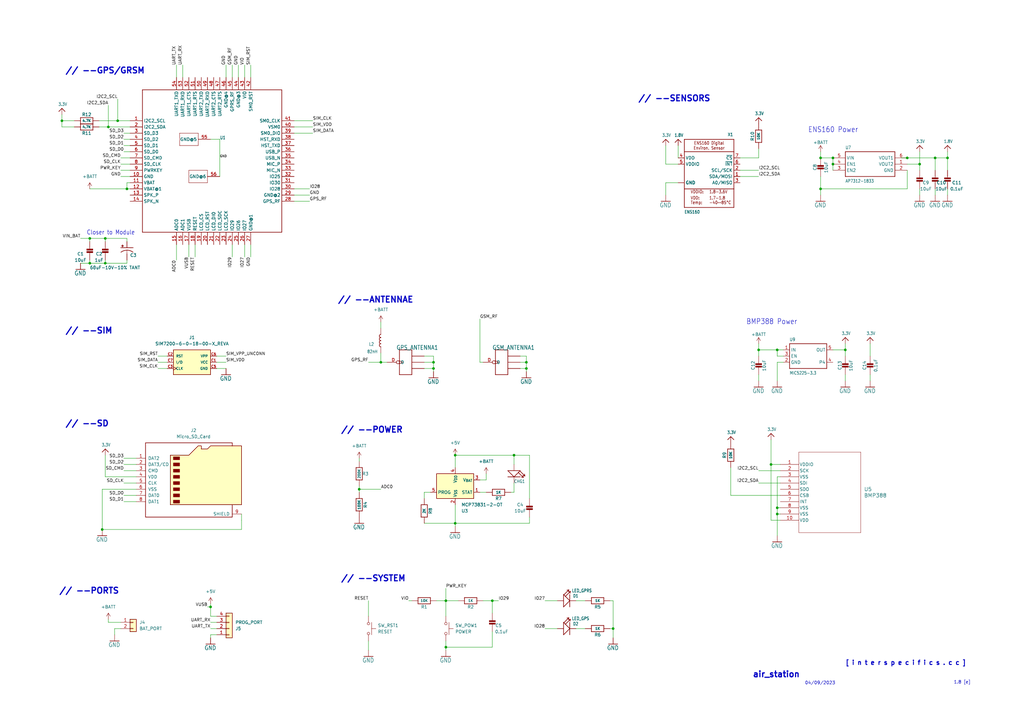
<source format=kicad_sch>
(kicad_sch (version 20230121) (generator eeschema)
  (paper "A3")
  (junction (at 318.77 208.28))
  (junction (at 336.55 64.77))
  (junction (at 52.07 77.47))
  (junction (at 86.36 248.92))
  (junction (at 48.26 49.53))
  (junction (at 210.82 186.69))
  (junction (at 36.83 107.95))
  (junction (at 341.63 67.31))
  (junction (at 346.71 143.51))
  (junction (at 186.69 186.69))
  (junction (at 215.9 151.13))
  (junction (at 156.21 148.59))
  (junction (at 147.32 200.66))
  (junction (at 251.46 257.81))
  (junction (at 336.55 77.47))
  (junction (at 318.77 210.82))
  (junction (at 201.93 246.38))
  (junction (at 182.88 246.38))
  (junction (at 177.8 148.59))
  (junction (at 377.19 67.31))
  (junction (at 177.8 151.13))
  (junction (at 341.63 64.77))
  (junction (at 316.23 190.5))
  (junction (at 215.9 148.59))
  (junction (at 372.11 64.77))
  (junction (at 186.69 214.63))
  (junction (at 388.62 64.77))
  (junction (at 43.18 107.95))
  (junction (at 36.83 97.79))
  (junction (at 318.77 143.51))
  (junction (at 383.54 64.77))
  (junction (at 311.15 143.51))
  (junction (at 44.45 52.07))
  (junction (at 182.88 265.43))
  (junction (at 41.91 217.17))
  (junction (at 43.18 97.79))
  (junction (at 25.4 49.53))
  (wire (pts (xy 86.36 57.15) (xy 90.17 57.15)) (stroke (width 0.1524)))
  (wire (pts (xy 43.18 195.58) (xy 43.18 186.69)))
  (wire (pts (xy 88.9 146.05) (xy 92.71 146.05)))
  (wire (pts (xy 36.83 106.68) (xy 36.83 107.95)) (stroke (width 0.1524)))
  (wire (pts (xy 156.21 148.59) (xy 158.75 148.59)))
  (wire (pts (xy 120.65 52.07) (xy 128.27 52.07)))
  (wire (pts (xy 341.63 67.31) (xy 341.63 69.85)) (stroke (width 0.1524)))
  (wire (pts (xy 196.85 130.81) (xy 196.85 148.59)))
  (wire (pts (xy 236.22 257.81) (xy 240.03 257.81)))
  (wire (pts (xy 40.64 49.53) (xy 48.26 49.53)))
  (wire (pts (xy 74.93 26.67) (xy 74.93 31.75)))
  (wire (pts (xy 318.77 148.59) (xy 318.77 156.21)) (stroke (width 0.1524)))
  (wire (pts (xy 88.9 151.13) (xy 92.71 151.13)))
  (wire (pts (xy 223.52 246.38) (xy 228.6 246.38)))
  (wire (pts (xy 41.91 217.17) (xy 99.06 217.17)) (stroke (width 0.1524)))
  (wire (pts (xy 213.36 148.59) (xy 215.9 148.59)))
  (wire (pts (xy 55.88 200.66) (xy 41.91 200.66)))
  (wire (pts (xy 30.48 52.07) (xy 25.4 52.07)))
  (wire (pts (xy 72.39 31.75) (xy 72.39 26.67)) (stroke (width 0.1524)))
  (wire (pts (xy 311.15 198.12) (xy 320.04 198.12)))
  (wire (pts (xy 236.22 246.38) (xy 240.03 246.38)))
  (wire (pts (xy 50.8 62.23) (xy 53.34 62.23)))
  (wire (pts (xy 151.13 246.38) (xy 151.13 252.73)))
  (wire (pts (xy 43.18 97.79) (xy 36.83 97.79)) (stroke (width 0.1524)))
  (wire (pts (xy 250.19 246.38) (xy 251.46 246.38)))
  (wire (pts (xy 182.88 265.43) (xy 182.88 266.7)))
  (wire (pts (xy 318.77 143.51) (xy 311.15 143.51)) (stroke (width 0.1524)))
  (wire (pts (xy 356.87 140.97) (xy 356.87 146.05)) (stroke (width 0.1524)))
  (wire (pts (xy 92.71 26.67) (xy 92.71 31.75)))
  (wire (pts (xy 147.32 200.66) (xy 147.32 201.93)))
  (wire (pts (xy 43.18 107.95) (xy 52.07 107.95)) (stroke (width 0.1524)))
  (wire (pts (xy 102.87 100.33) (xy 102.87 105.41)))
  (wire (pts (xy 320.04 203.2) (xy 299.72 203.2)))
  (wire (pts (xy 52.07 107.95) (xy 52.07 106.68)) (stroke (width 0.1524)))
  (wire (pts (xy 318.77 195.58) (xy 318.77 208.28)))
  (wire (pts (xy 36.83 107.95) (xy 43.18 107.95)) (stroke (width 0.1524)))
  (wire (pts (xy 388.62 64.77) (xy 388.62 69.85)) (stroke (width 0.1524)))
  (wire (pts (xy 311.15 153.67) (xy 311.15 156.21)) (stroke (width 0.1524)))
  (wire (pts (xy 273.05 74.93) (xy 273.05 80.01)) (stroke (width 0.1524)))
  (wire (pts (xy 182.88 246.38) (xy 187.96 246.38)))
  (wire (pts (xy 49.53 64.77) (xy 53.34 64.77)))
  (wire (pts (xy 318.77 208.28) (xy 318.77 210.82)))
  (wire (pts (xy 369.57 64.77) (xy 372.11 64.77)) (stroke (width 0.1524)))
  (wire (pts (xy 210.82 186.69) (xy 186.69 186.69)))
  (wire (pts (xy 50.8 193.04) (xy 55.88 193.04)))
  (wire (pts (xy 64.77 148.59) (xy 68.58 148.59)))
  (wire (pts (xy 50.8 54.61) (xy 53.34 54.61)))
  (wire (pts (xy 336.55 62.23) (xy 336.55 64.77)) (stroke (width 0.1524)))
  (wire (pts (xy 173.99 204.47) (xy 173.99 201.93)))
  (wire (pts (xy 40.64 52.07) (xy 44.45 52.07)))
  (wire (pts (xy 173.99 151.13) (xy 177.8 151.13)))
  (wire (pts (xy 356.87 153.67) (xy 356.87 156.21)) (stroke (width 0.1524)))
  (wire (pts (xy 95.25 26.67) (xy 95.25 31.75)))
  (wire (pts (xy 321.31 148.59) (xy 318.77 148.59)) (stroke (width 0.1524)))
  (wire (pts (xy 49.53 69.85) (xy 53.34 69.85)))
  (wire (pts (xy 311.15 64.77) (xy 311.15 60.96)))
  (wire (pts (xy 251.46 257.81) (xy 251.46 261.62)))
  (wire (pts (xy 179.07 246.38) (xy 182.88 246.38)))
  (wire (pts (xy 90.17 57.15) (xy 90.17 72.39)) (stroke (width 0.1524)))
  (wire (pts (xy 156.21 132.08) (xy 156.21 134.62)))
  (wire (pts (xy 33.02 107.95) (xy 36.83 107.95)))
  (wire (pts (xy 346.71 153.67) (xy 346.71 156.21)) (stroke (width 0.1524)))
  (wire (pts (xy 53.34 74.93) (xy 52.07 74.93)) (stroke (width 0.1524)))
  (wire (pts (xy 321.31 146.05) (xy 318.77 146.05)) (stroke (width 0.1524)))
  (wire (pts (xy 210.82 201.93) (xy 210.82 198.12)))
  (wire (pts (xy 198.12 246.38) (xy 201.93 246.38)))
  (wire (pts (xy 372.11 64.77) (xy 383.54 64.77)) (stroke (width 0.1524)))
  (wire (pts (xy 52.07 77.47) (xy 53.34 77.47)) (stroke (width 0.1524)))
  (wire (pts (xy 217.17 212.09) (xy 217.17 214.63)))
  (wire (pts (xy 311.15 193.04) (xy 320.04 193.04)))
  (wire (pts (xy 52.07 99.06) (xy 52.07 97.79)) (stroke (width 0.1524)))
  (wire (pts (xy 186.69 207.01) (xy 186.69 214.63)))
  (wire (pts (xy 223.52 257.81) (xy 228.6 257.81)))
  (wire (pts (xy 151.13 262.89) (xy 151.13 266.7)))
  (wire (pts (xy 217.17 214.63) (xy 186.69 214.63)))
  (wire (pts (xy 250.19 257.81) (xy 251.46 257.81)))
  (wire (pts (xy 377.19 62.23) (xy 377.19 67.31)) (stroke (width 0.1524)))
  (wire (pts (xy 50.8 198.12) (xy 55.88 198.12)))
  (wire (pts (xy 44.45 52.07) (xy 53.34 52.07)))
  (wire (pts (xy 43.18 106.68) (xy 43.18 107.95)) (stroke (width 0.1524)))
  (wire (pts (xy 186.69 214.63) (xy 186.69 215.9)))
  (wire (pts (xy 346.71 143.51) (xy 346.71 140.97)) (stroke (width 0.1524)))
  (wire (pts (xy 320.04 213.36) (xy 316.23 213.36)))
  (wire (pts (xy 383.54 77.47) (xy 383.54 80.01)) (stroke (width 0.1524)))
  (wire (pts (xy 86.36 247.65) (xy 86.36 248.92)))
  (wire (pts (xy 99.06 210.82) (xy 99.06 213.36)))
  (wire (pts (xy 388.62 77.47) (xy 388.62 80.01)) (stroke (width 0.1524)))
  (wire (pts (xy 64.77 151.13) (xy 68.58 151.13)))
  (wire (pts (xy 43.18 99.06) (xy 43.18 97.79)) (stroke (width 0.1524)))
  (wire (pts (xy 77.47 100.33) (xy 77.47 105.41)))
  (wire (pts (xy 173.99 148.59) (xy 177.8 148.59)))
  (wire (pts (xy 278.13 64.77) (xy 278.13 59.69)) (stroke (width 0.1524)))
  (wire (pts (xy 177.8 148.59) (xy 177.8 151.13)))
  (wire (pts (xy 346.71 143.51) (xy 346.71 146.05)) (stroke (width 0.1524)))
  (wire (pts (xy 201.93 259.08) (xy 201.93 265.43)))
  (wire (pts (xy 173.99 214.63) (xy 186.69 214.63)))
  (wire (pts (xy 25.4 49.53) (xy 25.4 46.99)))
  (wire (pts (xy 311.15 143.51) (xy 311.15 146.05)) (stroke (width 0.1524)))
  (wire (pts (xy 383.54 64.77) (xy 388.62 64.77)) (stroke (width 0.1524)))
  (wire (pts (xy 299.72 203.2) (xy 299.72 191.77)))
  (wire (pts (xy 52.07 97.79) (xy 43.18 97.79)) (stroke (width 0.1524)))
  (wire (pts (xy 383.54 69.85) (xy 383.54 64.77)) (stroke (width 0.1524)))
  (wire (pts (xy 36.83 77.47) (xy 52.07 77.47)) (stroke (width 0.1524)))
  (wire (pts (xy 120.65 77.47) (xy 127 77.47)))
  (wire (pts (xy 278.13 67.31) (xy 273.05 67.31)) (stroke (width 0.1524)))
  (wire (pts (xy 88.9 148.59) (xy 92.71 148.59)))
  (wire (pts (xy 30.48 49.53) (xy 25.4 49.53)))
  (wire (pts (xy 372.11 77.47) (xy 336.55 77.47)) (stroke (width 0.1524)))
  (wire (pts (xy 50.8 205.74) (xy 55.88 205.74)))
  (wire (pts (xy 196.85 196.85) (xy 199.39 196.85)))
  (wire (pts (xy 372.11 69.85) (xy 372.11 77.47)) (stroke (width 0.1524)))
  (wire (pts (xy 50.8 203.2) (xy 55.88 203.2)))
  (wire (pts (xy 320.04 195.58) (xy 318.77 195.58)))
  (wire (pts (xy 85.09 248.92) (xy 86.36 248.92)))
  (wire (pts (xy 320.04 208.28) (xy 318.77 208.28)))
  (wire (pts (xy 120.65 80.01) (xy 127 80.01)) (stroke (width 0.1524)))
  (wire (pts (xy 102.87 26.67) (xy 102.87 31.75)))
  (wire (pts (xy 100.33 100.33) (xy 100.33 105.41)))
  (wire (pts (xy 201.93 246.38) (xy 204.47 246.38)))
  (wire (pts (xy 217.17 204.47) (xy 217.17 186.69)))
  (wire (pts (xy 210.82 190.5) (xy 210.82 186.69)))
  (wire (pts (xy 168.91 246.38) (xy 167.64 246.38)))
  (wire (pts (xy 50.8 190.5) (xy 55.88 190.5)))
  (wire (pts (xy 72.39 100.33) (xy 72.39 106.68)))
  (wire (pts (xy 311.15 143.51) (xy 311.15 140.97)) (stroke (width 0.1524)))
  (wire (pts (xy 320.04 190.5) (xy 316.23 190.5)))
  (wire (pts (xy 48.26 49.53) (xy 53.34 49.53)))
  (wire (pts (xy 86.36 248.92) (xy 86.36 252.73)))
  (wire (pts (xy 303.53 72.39) (xy 311.15 72.39)))
  (wire (pts (xy 43.18 195.58) (xy 55.88 195.58)))
  (wire (pts (xy 64.77 146.05) (xy 68.58 146.05)))
  (wire (pts (xy 201.93 265.43) (xy 182.88 265.43)))
  (wire (pts (xy 336.55 77.47) (xy 336.55 80.01)) (stroke (width 0.1524)))
  (wire (pts (xy 182.88 241.3) (xy 182.88 246.38)))
  (wire (pts (xy 377.19 77.47) (xy 377.19 80.01)) (stroke (width 0.1524)))
  (wire (pts (xy 86.36 257.81) (xy 88.9 257.81)))
  (wire (pts (xy 215.9 151.13) (xy 215.9 148.59)))
  (wire (pts (xy 49.53 257.81) (xy 46.99 257.81)))
  (wire (pts (xy 49.53 67.31) (xy 53.34 67.31)))
  (wire (pts (xy 151.13 148.59) (xy 156.21 148.59)))
  (wire (pts (xy 321.31 143.51) (xy 318.77 143.51)) (stroke (width 0.1524)))
  (wire (pts (xy 215.9 146.05) (xy 213.36 146.05)))
  (wire (pts (xy 44.45 254) (xy 44.45 255.27)))
  (wire (pts (xy 147.32 199.39) (xy 147.32 200.66)))
  (wire (pts (xy 52.07 74.93) (xy 52.07 77.47)) (stroke (width 0.1524)))
  (wire (pts (xy 41.91 200.66) (xy 41.91 217.17)))
  (wire (pts (xy 25.4 52.07) (xy 25.4 49.53)))
  (wire (pts (xy 86.36 255.27) (xy 88.9 255.27)))
  (wire (pts (xy 278.13 74.93) (xy 273.05 74.93)) (stroke (width 0.1524)))
  (wire (pts (xy 209.55 201.93) (xy 210.82 201.93)))
  (wire (pts (xy 303.53 64.77) (xy 311.15 64.77)))
  (wire (pts (xy 50.8 57.15) (xy 53.34 57.15)))
  (wire (pts (xy 50.8 187.96) (xy 55.88 187.96)))
  (wire (pts (xy 99.06 217.17) (xy 99.06 213.36)) (stroke (width 0.1524)))
  (wire (pts (xy 201.93 246.38) (xy 201.93 251.46)))
  (wire (pts (xy 341.63 67.31) (xy 341.63 64.77)) (stroke (width 0.1524)))
  (wire (pts (xy 49.53 72.39) (xy 53.34 72.39)))
  (wire (pts (xy 320.04 210.82) (xy 318.77 210.82)))
  (wire (pts (xy 177.8 151.13) (xy 177.8 152.4)))
  (wire (pts (xy 217.17 186.69) (xy 210.82 186.69)))
  (wire (pts (xy 86.36 260.35) (xy 86.36 261.62)))
  (wire (pts (xy 173.99 201.93) (xy 176.53 201.93)))
  (wire (pts (xy 215.9 152.4) (xy 215.9 151.13)))
  (wire (pts (xy 44.45 255.27) (xy 49.53 255.27)))
  (wire (pts (xy 186.69 186.69) (xy 186.69 191.77)))
  (wire (pts (xy 251.46 246.38) (xy 251.46 257.81)))
  (wire (pts (xy 182.88 246.38) (xy 182.88 252.73)))
  (wire (pts (xy 388.62 62.23) (xy 388.62 64.77)) (stroke (width 0.1524)))
  (wire (pts (xy 377.19 67.31) (xy 377.19 69.85)) (stroke (width 0.1524)))
  (wire (pts (xy 196.85 201.93) (xy 199.39 201.93)))
  (wire (pts (xy 86.36 252.73) (xy 88.9 252.73)))
  (wire (pts (xy 44.45 43.18) (xy 44.45 52.07)))
  (wire (pts (xy 120.65 49.53) (xy 128.27 49.53)))
  (wire (pts (xy 215.9 148.59) (xy 215.9 146.05)))
  (wire (pts (xy 316.23 180.34) (xy 316.23 190.5)))
  (wire (pts (xy 198.12 148.59) (xy 196.85 148.59)))
  (wire (pts (xy 33.02 97.79) (xy 36.83 97.79)) (stroke (width 0.1524)))
  (wire (pts (xy 97.79 26.67) (xy 97.79 31.75)))
  (wire (pts (xy 336.55 77.47) (xy 336.55 72.39)) (stroke (width 0.1524)))
  (wire (pts (xy 156.21 144.78) (xy 156.21 148.59)))
  (wire (pts (xy 318.77 146.05) (xy 318.77 143.51)) (stroke (width 0.1524)))
  (wire (pts (xy 36.83 99.06) (xy 36.83 97.79)) (stroke (width 0.1524)))
  (wire (pts (xy 182.88 262.89) (xy 182.88 265.43)))
  (wire (pts (xy 318.77 210.82) (xy 318.77 219.71)))
  (wire (pts (xy 213.36 151.13) (xy 215.9 151.13)))
  (wire (pts (xy 177.8 146.05) (xy 177.8 148.59)))
  (wire (pts (xy 50.8 59.69) (xy 53.34 59.69)))
  (wire (pts (xy 127 82.55) (xy 120.65 82.55)))
  (wire (pts (xy 316.23 213.36) (xy 316.23 190.5)))
  (wire (pts (xy 100.33 26.67) (xy 100.33 31.75)))
  (wire (pts (xy 341.63 143.51) (xy 346.71 143.51)) (stroke (width 0.1524)))
  (wire (pts (xy 120.65 54.61) (xy 128.27 54.61)))
  (wire (pts (xy 173.99 146.05) (xy 177.8 146.05)))
  (wire (pts (xy 88.9 260.35) (xy 86.36 260.35)))
  (wire (pts (xy 80.01 100.33) (xy 80.01 105.41)))
  (wire (pts (xy 303.53 69.85) (xy 311.15 69.85)))
  (wire (pts (xy 336.55 64.77) (xy 341.63 64.77)) (stroke (width 0.1524)))
  (wire (pts (xy 372.11 67.31) (xy 377.19 67.31)) (stroke (width 0.1524)))
  (wire (pts (xy 147.32 200.66) (xy 156.21 200.66)))
  (wire (pts (xy 48.26 40.64) (xy 48.26 49.53)))
  (wire (pts (xy 46.99 257.81) (xy 46.99 260.35)))
  (wire (pts (xy 273.05 67.31) (xy 273.05 59.69)) (stroke (width 0.1524)))
  (wire (pts (xy 147.32 187.96) (xy 147.32 189.23)))
  (wire (pts (xy 199.39 196.85) (xy 199.39 194.31)))
  (wire (pts (xy 95.25 100.33) (xy 95.25 105.41)))
  (text "// --SD\n" (at 26.67 175.26 0) (effects (font (size 2.4 2.4) (thickness 0.48) bold) (justify left bottom)))
  (text "[ i n t e r s p e c i f i c s . c c ]" (at 346.71 273.05 0) (effects (font (size 1.8 1.8) (thickness 0.36) bold) (justify left bottom)))
  (text "// --PORTS" (at 24.13 243.84 0) (effects (font (size 2.4 2.4) (thickness 0.48) bold) (justify left bottom)))
  (text "// --SYSTEM" (at 139.7 238.76 0) (effects (font (size 2.4 2.4) (thickness 0.48) bold) (justify left bottom)))
  (text "04/09/2023" (at 330.0969 280.9738 0) (effects (font (size 1.27 1.27)) (justify left bottom)))
  (text "Closer to Module" (at 35.56 96.52 0) (effects (font (size 1.778 1.5113)) (justify left bottom)))
  (text "BMP388 Power" (at 306.07 133.35 0) (effects (font (size 2.1844 1.8567)) (justify left bottom)))
  (text "// --ANTENNAE\n" (at 138.43 124.46 0) (effects (font (size 2.4 2.4) (thickness 0.48) bold) (justify left bottom)))
  (text "ENS160 Power" (at 331.47 54.61 0) (effects (font (size 2.1844 1.8567)) (justify left bottom)))
  (text "1.8 [e]" (at 391.16 280.67 0) (effects (font (size 1.27 1.27)) (justify left bottom)))
  (text "// --SENSORS" (at 261.62 41.91 0) (effects (font (size 2.4 2.4) (thickness 0.48) bold) (justify left bottom)))
  (text "air_station" (at 308.61 278.13 0) (effects (font (size 2.4 2.4) (thickness 0.48) bold) (justify left bottom)))
  (text "// --SIM" (at 26.67 137.16 0) (effects (font (size 2.4 2.4) (thickness 0.48) bold) (justify left bottom)))
  (text "// --GPS/GRSM" (at 26.67 30.48 0) (effects (font (size 2.4 2.4) (thickness 0.48) bold) (justify left bottom)))
  (text "// --POWER" (at 139.7 177.8 0) (effects (font (size 2.4 2.4) (thickness 0.48) bold) (justify left bottom)))
  (label "GND" (at 102.87 105.41 270) (effects (font (size 1.209 1.209))))
  (label "I2C2_SCL" (at 311.15 193.04 180) (effects (font (size 1.2446 1.2446))))
  (label "I2C2_SDA" (at 311.15 72.39 0) (effects (font (size 1.2446 1.2446))))
  (label "IO28" (at 127 77.47 0) (effects (font (size 1.209 1.209))))
  (label "SD_D2" (at 50.8 57.15 180) (effects (font (size 1.2446 1.2446))))
  (label "I2C2_SCL" (at 48.26 40.64 180) (effects (font (size 1.2446 1.2446))))
  (label "PWR_KEY" (at 49.53 69.85 180) (effects (font (size 1.2446 1.2446))))
  (label "GND" (at 92.71 26.67 90) (effects (font (size 1.2446 1.2446))))
  (label "GPS_RF" (at 151.13 148.59 180) (effects (font (size 1.2446 1.2446))))
  (label "SIM_CLK" (at 128.27 49.53 0) (effects (font (size 1.2446 1.2446))))
  (label "SD_CLK" (at 50.8 198.12 180) (effects (font (size 1.2446 1.2446))))
  (label "GND" (at 97.79 26.67 90) (effects (font (size 1.2446 1.2446))))
  (label "SD_CMD" (at 50.8 193.04 180) (effects (font (size 1.2446 1.2446))))
  (label "I2C2_SDA" (at 311.15 198.12 180) (effects (font (size 1.2446 1.2446))))
  (label "SD_D1" (at 50.8 59.69 180) (effects (font (size 1.2446 1.2446))))
  (label "ADC0" (at 72.39 106.68 270) (effects (font (size 1.2446 1.2446))))
  (label "VIO" (at 167.64 246.38 180) (effects (font (size 1.2446 1.2446))))
  (label "VUSB" (at 77.47 105.41 270) (effects (font (size 1.209 1.209))))
  (label "IO27" (at 223.52 246.38 180) (effects (font (size 1.209 1.209))))
  (label "SD_D3" (at 50.8 187.96 180) (effects (font (size 1.2446 1.2446))))
  (label "SD_D2" (at 50.8 190.5 180) (effects (font (size 1.2446 1.2446))))
  (label "IO28" (at 223.52 257.81 180) (effects (font (size 1.2446 1.2446))))
  (label "GND" (at 90.17 64.77 0) (effects (font (size 0.889 0.889))))
  (label "SIM_VPP_UNCONN" (at 92.71 146.05 0) (effects (font (size 1.209 1.209))))
  (label "UART_TX" (at 86.36 257.81 180) (effects (font (size 1.2446 1.2446))))
  (label "SIM_RST" (at 102.87 26.67 90) (effects (font (size 1.2446 1.2446))))
  (label "SD_D0" (at 50.8 203.2 180) (effects (font (size 1.2446 1.2446))))
  (label "I2C2_SDA" (at 44.45 43.18 180) (effects (font (size 1.2446 1.2446))))
  (label "UART_RX" (at 86.36 255.27 180) (effects (font (size 1.2446 1.2446))))
  (label "VIN_BAT" (at 33.02 97.79 180) (effects (font (size 1.2446 1.2446))))
  (label "ADC0" (at 156.21 200.66 0) (effects (font (size 1.2446 1.2446))))
  (label "GND" (at 127 80.01 0) (effects (font (size 1.2446 1.2446))))
  (label "SD_D1" (at 50.8 205.74 180) (effects (font (size 1.2446 1.2446))))
  (label "SIM_CLK" (at 64.77 151.13 180) (effects (font (size 1.209 1.209))))
  (label "SIM_VDD" (at 92.71 148.59 0) (effects (font (size 1.209 1.209))))
  (label "SD_CLK" (at 49.53 67.31 180) (effects (font (size 1.2446 1.2446))))
  (label "GSM_RF" (at 196.85 130.81 0) (effects (font (size 1.2446 1.2446))))
  (label "SIM_VDD" (at 128.27 52.07 0) (effects (font (size 1.2446 1.2446))))
  (label "SD_D3" (at 50.8 54.61 180) (effects (font (size 1.2446 1.2446))))
  (label "SIM_DATA" (at 128.27 54.61 0) (effects (font (size 1.2446 1.2446))))
  (label "SIM_RST" (at 64.77 146.05 180) (effects (font (size 1.209 1.209))))
  (label "RESET" (at 80.01 105.41 270) (effects (font (size 1.2446 1.2446))))
  (label "GSM_RF" (at 95.25 26.67 90) (effects (font (size 1.2446 1.2446))))
  (label "SD_D0" (at 50.8 62.23 180) (effects (font (size 1.2446 1.2446))))
  (label "UART_TX" (at 72.39 26.67 90) (effects (font (size 1.2446 1.2446))))
  (label "SIM_DATA" (at 64.77 148.59 180) (effects (font (size 1.209 1.209))))
  (label "VIO" (at 100.33 26.67 90) (effects (font (size 1.2446 1.2446))))
  (label "IO27" (at 100.33 105.41 270) (effects (font (size 1.209 1.209))))
  (label "GND" (at 49.53 72.39 180) (effects (font (size 1.2446 1.2446))))
  (label "IO29" (at 204.47 246.38 0) (effects (font (size 1.209 1.209))))
  (label "RESET" (at 151.13 246.38 180) (effects (font (size 1.2446 1.2446))))
  (label "I2C2_SCL" (at 311.15 69.85 0) (effects (font (size 1.2446 1.2446))))
  (label "VUSB" (at 85.09 248.92 180) (effects (font (size 1.209 1.209))))
  (label "IO29" (at 95.25 105.41 270) (effects (font (size 1.209 1.209))))
  (label "PWR_KEY" (at 182.88 241.3 0) (effects (font (size 1.2446 1.2446))))
  (label "SD_CMD" (at 49.53 64.77 180) (effects (font (size 1.2446 1.2446))))
  (label "UART_RX" (at 74.93 26.67 90) (effects (font (size 1.2446 1.2446))))
  (label "GPS_RF" (at 127 82.55 0) (effects (font (size 1.2446 1.2446))))
  (symbol (lib_id "Adafruit BMP388-eagle-import:RESISTOR_0603_NOOUT") (at 204.47 201.93 180) (unit 1)
    (property "Reference" "R7" (at 204.47 204.47 0))
    (property "Value" "1K" (at 204.47 201.93 0) (effects (font (size 1.016 1.016) bold)))
    (property "Footprint" "Adafruit BMP388:0603-NO" (effects hide))
  )
  (symbol (lib_id "Adafruit BMP388-eagle-import:CAP_CERAMIC0805-NOOUTLINE") (at 311.15 151.13 0) (unit 1)
    (property "Reference" "C12" (at 308.86 149.88 90))
    (property "Value" "10uF" (at 313.45 149.88 90))
    (property "Footprint" "Adafruit BMP388:0805-NO" (effects hide))
  )
  (symbol (lib_id "Adafruit BMP388-eagle-import:3.3V") (at 356.87 138.43 0) (unit 1)
    (property "Reference" "#U$021" (effects hide))
    (property "Value" "3.3V" (at 355.346 137.414 0) (effects (font (size 1.27 1.0795)) (justify left bottom)))
  )
  (symbol (lib_id "Maduino Zero A9G GPS Tracker v3.3-eagle-import:PowerTags_GND") (at 356.87 158.75 0) (unit 1)
    (property "Reference" "#GND010" (effects hide))
    (property "Value" "GND" (at 354.33 161.29 0) (effects (font (size 1.778 1.5113)) (justify left bottom)))
  )
  (symbol (lib_id "Maduino Zero A9G GPS Tracker v3.3-eagle-import:PowerTags_GND") (at 151.13 269.24 0) (unit 1)
    (property "Reference" "#GND05" (effects hide))
    (property "Value" "GND" (at 148.59 271.78 0) (effects (font (size 1.778 1.5113)) (justify left bottom)))
  )
  (symbol (lib_id "Adafruit BMP388-eagle-import:RESISTOR_0603_NOOUT") (at 173.99 246.38 180) (unit 1)
    (property "Reference" "R1" (at 173.99 248.92 0))
    (property "Value" "10K" (at 173.99 246.38 0) (effects (font (size 1.016 1.016) bold)))
    (property "Footprint" "Adafruit BMP388:0603-NO" (effects hide))
  )
  (symbol (lib_id "Maduino Zero A9G GPS Tracker v3.3-eagle-import:PowerTags_GND") (at 311.15 158.75 0) (unit 1)
    (property "Reference" "#GND04" (effects hide))
    (property "Value" "GND" (at 308.61 161.29 0) (effects (font (size 1.778 1.5113)) (justify left bottom)))
  )
  (symbol (lib_id "Adafruit BMP388-eagle-import:CAP_CERAMIC0603_NO") (at 356.87 151.13 0) (unit 1)
    (property "Reference" "C14" (at 354.58 149.88 90))
    (property "Value" "0.1uF" (at 359.17 149.88 90))
    (property "Footprint" "Adafruit BMP388:0603-NO" (effects hide))
  )
  (symbol (lib_id "Adafruit BMP388-eagle-import:3.3V") (at 43.18 184.15 0) (unit 1)
    (property "Reference" "#U$01" (effects hide))
    (property "Value" "3.3V" (at 41.656 183.134 0) (effects (font (size 1.27 1.0795)) (justify left bottom)))
  )
  (symbol (lib_id "Adafruit ENS160-eagle-import:1.8V") (at 388.62 59.69 0) (unit 1)
    (property "Reference" "#U$014" (effects hide))
    (property "Value" "1.8V" (at 387.096 58.674 0) (effects (font (size 1.27 1.0795)) (justify left bottom)))
  )
  (symbol (lib_id "power:+BATT") (at 156.21 132.08 0) (unit 1)
    (property "Reference" "#PWR03" (effects hide))
    (property "Value" "+BATT" (at 156.21 127 0))
  )
  (symbol (lib_id "Adafruit BMP388-eagle-import:3.3V") (at 299.72 179.07 0) (unit 1)
    (property "Reference" "#U$02" (effects hide))
    (property "Value" "3.3V" (at 298.196 178.054 0) (effects (font (size 1.27 1.0795)) (justify left bottom)))
  )
  (symbol (lib_id "Maduino Zero A9G GPS Tracker v3.3-eagle-import:PowerTags_GND") (at 336.55 82.55 0) (unit 1)
    (property "Reference" "#GND021" (effects hide))
    (property "Value" "GND" (at 334.01 85.09 0) (effects (font (size 1.778 1.5113)) (justify left bottom)))
  )
  (symbol (lib_id "Adafruit BMP388-eagle-import:RESISTOR_0603_NOOUT") (at 35.56 49.53 180) (unit 1)
    (property "Reference" "R12" (at 35.56 46.99 0))
    (property "Value" "4.7K" (at 35.56 49.53 0) (effects (font (size 1.016 1.016) bold)))
    (property "Footprint" "Adafruit BMP388:0603-NO" (effects hide))
  )
  (symbol (lib_id "Adafruit BMP388-eagle-import:3.3V") (at 316.23 177.8 0) (unit 1)
    (property "Reference" "#U$05" (effects hide))
    (property "Value" "3.3V" (at 314.706 176.784 0) (effects (font (size 1.27 1.0795)) (justify left bottom)))
  )
  (symbol (lib_id "power:+5V") (at 186.69 186.69 0) (unit 1)
    (property "Reference" "#PWR08" (effects hide))
    (property "Value" "+5V" (at 186.69 181.61 0))
  )
  (symbol (lib_id "Maduino Zero A9G GPS Tracker v3.3-eagle-import:PowerTags_GND") (at 186.69 218.44 0) (unit 1)
    (property "Reference" "#GND018" (effects hide))
    (property "Value" "GND" (at 184.15 220.98 0) (effects (font (size 1.778 1.5113)) (justify left bottom)))
  )
  (symbol (lib_id "Switch:SW_Push") (at 151.13 257.81 270) (unit 1)
    (property "Reference" "SW_RST1" (at 154.94 256.54 90) (effects (justify left)))
    (property "Value" "RESET" (at 154.94 259.08 90) (effects (justify left)))
    (property "Footprint" "Button_Switch_SMD:SW_Push_SPST_NO_Alps_SKRK" (effects hide))
  )
  (symbol (lib_id "power:+BATT") (at 44.45 254 0) (unit 1)
    (property "Reference" "#PWR05" (effects hide))
    (property "Value" "+BATT" (at 44.45 248.92 0))
  )
  (symbol (lib_id "Maduino Zero A9G GPS Tracker v3.3-eagle-import:PowerTags_GND") (at 251.46 264.16 0) (unit 1)
    (property "Reference" "#GND014" (effects hide))
    (property "Value" "GND" (at 248.92 266.7 0) (effects (font (size 1.778 1.5113)) (justify left bottom)))
  )
  (symbol (lib_id "Adafruit ENS160-eagle-import:CAP_CERAMIC0805-NOOUTLINE") (at 377.19 74.93 0) (unit 1)
    (property "Reference" "C9" (at 379.73 74.93 0))
    (property "Value" "10uF" (at 379.73 77.47 0))
    (property "Footprint" "Adafruit ENS160:0805-NO" (effects hide))
  )
  (symbol (lib_id "Adafruit BMP388-eagle-import:3.3V") (at 346.71 138.43 0) (unit 1)
    (property "Reference" "#U$019" (effects hide))
    (property "Value" "3.3V" (at 345.186 137.414 0) (effects (font (size 1.27 1.0795)) (justify left bottom)))
  )
  (symbol (lib_id "2023-09-04_18-32-21:BMP388") (at 320.04 190.5 0) (unit 1)
    (property "Reference" "U5" (at 354.33 200.66 0) (effects (font (size 1.524 1.524)) (justify left)))
    (property "Value" "BMP388" (at 354.33 203.2 0) (effects (font (size 1.524 1.524)) (justify left)))
    (property "Footprint" "footprints:QFN_BMP388_BOS" (effects hide))
    (property "Datasheet" "BMP388" (effects hide))
  )
  (symbol (lib_id "Maduino Zero A9G GPS Tracker v3.3-eagle-import:PowerTags_GND") (at 346.71 158.75 0) (unit 1)
    (property "Reference" "#GND07" (effects hide))
    (property "Value" "GND" (at 344.17 161.29 0) (effects (font (size 1.778 1.5113)) (justify left bottom)))
  )
  (symbol (lib_id "Adafruit BMP388-eagle-import:RESISTOR_0603_NOOUT") (at 173.99 209.55 270) (unit 1)
    (property "Reference" "R8" (at 176.53 209.55 0))
    (property "Value" "2K" (at 173.99 209.55 0) (effects (font (size 1.016 1.016) bold)))
    (property "Footprint" "Adafruit BMP388:0603-NO" (effects hide))
  )
  (symbol (lib_id "Adafruit BMP388-eagle-import:RESISTOR_0603_NOOUT") (at 245.11 246.38 180) (unit 1)
    (property "Reference" "R5" (at 245.11 248.92 0))
    (property "Value" "1K" (at 245.11 246.38 0) (effects (font (size 1.016 1.016) bold)))
    (property "Footprint" "Adafruit BMP388:0603-NO" (effects hide))
  )
  (symbol (lib_id "power:+BATT") (at 311.15 140.97 0) (unit 1)
    (property "Reference" "#PWR06" (effects hide))
    (property "Value" "+BATT" (at 311.15 137.16 0))
  )
  (symbol (lib_id "Adafruit BMP388-eagle-import:CAP_CERAMIC0805-NOOUTLINE") (at 36.83 101.6 180) (unit 1)
    (property "Reference" "C1" (at 33.02 104.14 0))
    (property "Value" "10uF" (at 33.02 106.68 0))
    (property "Footprint" "Adafruit BMP388:0805-NO" (effects hide))
  )
  (symbol (lib_id "Maduino Zero A9G GPS Tracker v3.3-eagle-import:PowerTags_GND") (at 86.36 264.16 0) (unit 1)
    (property "Reference" "#GND013" (effects hide))
    (property "Value" "GND" (at 83.82 266.7 0) (effects (font (size 1.778 1.5113)) (justify left bottom)))
  )
  (symbol (lib_id "Maduino Zero A9G GPS Tracker v3.3-eagle-import:GND") (at 41.91 219.71 0) (unit 1)
    (property "Reference" "#GND02" (effects hide))
    (property "Value" "GND" (at 39.37 222.25 0) (effects (font (size 1.778 1.5113)) (justify left bottom)))
  )
  (symbol (lib_id "Maduino Zero A9G GPS Tracker v3.3-eagle-import:PowerTags_GND") (at 215.9 154.94 0) (unit 1)
    (property "Reference" "#GND016" (effects hide))
    (property "Value" "GND" (at 213.36 157.48 0) (effects (font (size 1.778 1.5113)) (justify left bottom)))
  )
  (symbol (lib_id "Adafruit BMP388-eagle-import:RESISTOR_0603_NOOUT") (at 147.32 194.31 270) (unit 1)
    (property "Reference" "R3" (at 149.86 194.31 90))
    (property "Value" "200K" (at 147.32 194.31 0) (effects (font (size 1.016 1.016) bold)))
    (property "Footprint" "Adafruit BMP388:0603-NO" (effects hide))
  )
  (symbol (lib_id "Adafruit BMP388-eagle-import:RESISTOR_0603_NOOUT") (at 147.32 207.01 270) (unit 1)
    (property "Reference" "R4" (at 149.86 207.01 0))
    (property "Value" "100K" (at 147.32 207.01 0) (effects (font (size 1.016 1.016) bold)))
    (property "Footprint" "Adafruit BMP388:0603-NO" (effects hide))
  )
  (symbol (lib_id "Maduino Zero A9G GPS Tracker v3.3-eagle-import:68UF-POLAR-EIA3528-10V-10%(TANT)") (at 52.07 101.6 0) (unit 1)
    (property "Reference" "C3" (at 53.34 105.41 0) (effects (justify left bottom)))
    (property "Value" "68uF-10V-10% TANT" (at 36.83 110.49 0) (effects (justify left bottom)))
    (property "Footprint" "Maduino Zero A9G GPS Tracker v3.3:EIA3528" (effects hide))
  )
  (symbol (lib_id "Adafruit BMP388-eagle-import:CAP_CERAMIC0603_NO") (at 201.93 256.54 0) (unit 1)
    (property "Reference" "C5" (at 204.47 256.54 0))
    (property "Value" "0.1uF" (at 205.74 259.08 0))
    (property "Footprint" "Adafruit BMP388:0603-NO" (effects hide))
  )
  (symbol (lib_id "Adafruit BMP388-eagle-import:3.3V") (at 25.4 44.45 0) (unit 1)
    (property "Reference" "#U$04" (effects hide))
    (property "Value" "3.3V" (at 23.876 43.434 0) (effects (font (size 1.27 1.0795)) (justify left bottom)))
  )
  (symbol (lib_id "Adafruit BMP388-eagle-import:RESISTOR_0603_NOOUT") (at 245.11 257.81 180) (unit 1)
    (property "Reference" "R6" (at 245.11 260.35 0))
    (property "Value" "1K" (at 245.11 257.81 0) (effects (font (size 1.016 1.016) bold)))
    (property "Footprint" "Adafruit BMP388:0603-NO" (effects hide))
  )
  (symbol (lib_id "Maduino Zero A9G GPS Tracker v3.3-eagle-import:PowerTags_GND") (at 388.62 82.55 0) (unit 1)
    (property "Reference" "#GND020" (effects hide))
    (property "Value" "GND" (at 386.08 85.09 0) (effects (font (size 1.778 1.5113)) (justify left bottom)))
  )
  (symbol (lib_id "Maduino Zero A9G GPS Tracker v3.3-eagle-import:PowerTags_GND") (at 383.54 82.55 0) (unit 1)
    (property "Reference" "#GND019" (effects hide))
    (property "Value" "GND" (at 381 85.09 0) (effects (font (size 1.778 1.5113)) (justify left bottom)))
  )
  (symbol (lib_id "Maduino Zero A9G GPS Tracker v3.3-eagle-import:PowerTags_GND") (at 318.77 158.75 0) (unit 1)
    (property "Reference" "#GND06" (effects hide))
    (property "Value" "GND" (at 316.23 161.29 0) (effects (font (size 1.778 1.5113)) (justify left bottom)))
  )
  (symbol (lib_id "Maduino Zero A9G GPS Tracker v3.3-eagle-import:LED'0603'") (at 232.41 257.81 0) (unit 1)
    (property "Reference" "D2" (at 234.95 256.54 0) (effects (font (size 1.27 1.0795)) (justify left bottom)))
    (property "Value" "LED_GPS" (at 234.569 254.381 0) (effects (font (size 1.27 1.0795)) (justify left bottom)))
    (property "Footprint" "Maduino Zero A9G GPS Tracker v3.3:LED-0603" (effects hide))
  )
  (symbol (lib_id "Connector_Generic:Conn_01x04") (at 93.98 257.81 0) (mirror x) (unit 1)
    (property "Reference" "J5" (at 96.52 257.81 0) (effects (justify left)))
    (property "Value" "PROG_PORT" (at 96.52 255.27 0) (effects (justify left)))
    (property "Footprint" "Connector_Molex:Molex_PicoBlade_53261-0471_1x04-1MP_P1.25mm_Horizontal" (effects hide))
  )
  (symbol (lib_id "Adafruit ENS160-eagle-import:CAP_CERAMIC0805-NOOUTLINE") (at 336.55 69.85 0) (unit 1)
    (property "Reference" "C8" (at 334.26 68.6 90))
    (property "Value" "10uF" (at 338.85 68.6 90))
    (property "Footprint" "Adafruit ENS160:0805-NO" (effects hide))
  )
  (symbol (lib_id "Maduino Zero A9G GPS Tracker v3.3-eagle-import:GND") (at 33.02 110.49 0) (unit 1)
    (property "Reference" "#GND01" (effects hide))
    (property "Value" "GND" (at 30.48 113.03 0) (effects (font (size 1.778 1.5113)) (justify left bottom)))
  )
  (symbol (lib_id "Adafruit BMP388-eagle-import:VREG_SOT23-5") (at 331.47 146.05 0) (unit 1)
    (property "Reference" "U9" (at 323.85 139.954 0) (effects (font (size 1.27 1.0795)) (justify left bottom)))
    (property "Value" "MIC5225-3.3" (at 323.85 153.67 0) (effects (font (size 1.27 1.0795)) (justify left bottom)))
    (property "Footprint" "Adafruit BMP388:SOT23-5" (effects hide))
  )
  (symbol (lib_id "Adafruit BMP388-eagle-import:CAP_CERAMIC0805-NOOUTLINE") (at 43.18 101.6 180) (unit 1)
    (property "Reference" "C2" (at 40.64 104.14 0))
    (property "Value" "1uF" (at 40.64 106.68 0))
    (property "Footprint" "Adafruit BMP388:0805-NO" (effects hide))
  )
  (symbol (lib_id "Maduino Zero A9G GPS Tracker v3.3-eagle-import:007-LED0603") (at 210.82 194.31 270) (unit 1)
    (property "Reference" "CHG1" (at 210.82 198.12 90) (effects (font (size 1.27 1.0795)) (justify left bottom)))
    (property "Value" "ORANGE" (effects hide))
    (property "Footprint" "Maduino Zero A9G GPS Tracker v3.3:D0603" (effects hide))
  )
  (symbol (lib_id "Battery_Management:MCP73831-2-OT") (at 186.69 199.39 0) (unit 1)
    (property "Reference" "U3" (at 189.23 209.55 0) (effects (justify left)))
    (property "Value" "MCP73831-2-OT" (at 189.23 207.01 0) (effects (justify left)))
    (property "Footprint" "Package_TO_SOT_SMD:SOT-23-5" (effects hide))
    (property "Datasheet" "http://ww1.microchip.com/downloads/en/DeviceDoc/20001984g.pdf" (effects hide))
  )
  (symbol (lib_id "SIM7200-6-0-18-00-X_REVA:SIM7200-6-0-18-00-X_REVA") (at 78.74 148.59 0) (unit 1)
    (property "Reference" "J1" (at 78.74 138.43 0))
    (property "Value" "SIM7200-6-0-18-00-X_REVA" (at 78.74 140.97 0))
    (property "Footprint" "sim7200:GCT_SIM7200-6-0-18-00-X_REVA" (effects hide))
    (property "MF" "Global Connector Technology" (effects hide))
    (property "Description" "\n6 Position Card Connector Micro SIM Surface Mount, Right Angle Gold\n" (effects hide))
    (property "Package" "None" (effects hide))
    (property "Price" "None" (effects hide))
    (property "Check_prices" "https://www.snapeda.com/parts/SIM7200-6-0-18-00-A/Global+Connector+Technology/view-part/?ref=eda" (effects hide))
    (property "SnapEDA_Link" "https://www.snapeda.com/parts/SIM7200-6-0-18-00-A/Global+Connector+Technology/view-part/?ref=snap" (effects hide))
    (property "MP" "SIM7200-6-0-18-00-A" (effects hide))
    (property "Availability" "In Stock" (effects hide))
    (property "MANUFACTURER" "GCT" (effects hide))
  )
  (symbol (lib_id "Connector:Micro_SD_Card") (at 78.74 195.58 0) (unit 1)
    (property "Reference" "J2" (at 79.375 176.53 0))
    (property "Value" "Micro_SD_Card" (at 79.375 179.07 0))
    (property "Footprint" "Connector_Card:microSD_HC_Molex_47219-2001" (effects hide))
    (property "Datasheet" "http://katalog.we-online.de/em/datasheet/693072010801.pdf" (effects hide))
  )
  (symbol (lib_id "Maduino Zero A9G GPS Tracker v3.3-eagle-import:PowerTags_GND") (at 147.32 214.63 0) (unit 1)
    (property "Reference" "#GND09" (effects hide))
    (property "Value" "GND" (at 144.78 217.17 0) (effects (font (size 1.778 1.5113)) (justify left bottom)))
  )
  (symbol (lib_id "Adafruit ENS160-eagle-import:3.3V") (at 273.05 57.15 0) (unit 1)
    (property "Reference" "#U$07" (effects hide))
    (property "Value" "3.3V" (at 271.526 56.134 0) (effects (font (size 1.27 1.0795)) (justify left bottom)))
  )
  (symbol (lib_id "Connector_Generic:Conn_01x02") (at 54.61 255.27 0) (unit 1)
    (property "Reference" "J4" (at 57.15 255.27 0) (effects (justify left)))
    (property "Value" "BAT_PORT" (at 57.15 257.81 0) (effects (justify left)))
    (property "Footprint" "Connector_Molex:Molex_PicoBlade_53261-0271_1x02-1MP_P1.25mm_Horizontal" (effects hide))
  )
  (symbol (lib_id "Adafruit BMP388-eagle-import:RESISTOR_0603_NOOUT") (at 299.72 186.69 90) (unit 1)
    (property "Reference" "R9" (at 297.18 186.69 0))
    (property "Value" "10K" (at 299.72 186.69 0) (effects (font (size 1.016 1.016) bold)))
    (property "Footprint" "Adafruit BMP388:0603-NO" (effects hide))
  )
  (symbol (lib_id "Maduino Zero A9G GPS Tracker v3.3-eagle-import:PowerTags_GND") (at 46.99 262.89 0) (unit 1)
    (property "Reference" "#GND012" (effects hide))
    (property "Value" "GND" (at 44.45 265.43 0) (effects (font (size 1.778 1.5113)) (justify left bottom)))
  )
  (symbol (lib_id "Maduino Zero A9G GPS Tracker v3.3-eagle-import:PowerTags_GND") (at 92.71 153.67 0) (unit 1)
    (property "Reference" "#GND023" (effects hide))
    (property "Value" "GND" (at 90.17 156.21 0) (effects (font (size 1.778 1.5113)) (justify left bottom)))
  )
  (symbol (lib_id "Adafruit BMP388-eagle-import:CAP_CERAMIC0805-NOOUTLINE") (at 217.17 207.01 180) (unit 1)
    (property "Reference" "C4" (at 213.36 207.01 0))
    (property "Value" "10uF" (at 213.36 209.55 0))
    (property "Footprint" "Adafruit BMP388:0805-NO" (effects hide))
  )
  (symbol (lib_id "Adafruit BMP388-eagle-import:3.3V") (at 311.15 48.26 0) (unit 1)
    (property "Reference" "#U$03" (effects hide))
    (property "Value" "3.3V" (at 309.626 47.244 0) (effects (font (size 1.27 1.0795)) (justify left bottom)))
  )
  (symbol (lib_id "Maduino Zero A9G GPS Tracker v3.3-eagle-import:PowerTags_GND") (at 318.77 222.25 0) (unit 1)
    (property "Reference" "#GND011" (effects hide))
    (property "Value" "GND" (at 316.23 224.79 0) (effects (font (size 1.778 1.5113)) (justify left bottom)))
  )
  (symbol (lib_id "Adafruit BMP388-eagle-import:RESISTOR_0603_NOOUT") (at 311.15 55.88 90) (unit 1)
    (property "Reference" "R10" (at 308.61 55.88 0))
    (property "Value" "10K" (at 311.15 55.88 0) (effects (font (size 1.016 1.016) bold)))
    (property "Footprint" "Adafruit BMP388:0603-NO" (effects hide))
  )
  (symbol (lib_id "Maduino Zero A9G GPS Tracker v3.3-eagle-import:A9G") (at 87.63 66.04 0) (unit 1)
    (property "Reference" "U1" (at 90.17 57.15 0) (effects (font (size 1.27 1.0795)) (justify left bottom)))
    (property "Value" "A9G" (effects hide))
    (property "Footprint" "Maduino Zero A9G GPS Tracker v3.3:A9G" (effects hide))
  )
  (symbol (lib_id "Switch:SW_Push") (at 182.88 257.81 270) (unit 1)
    (property "Reference" "SW_POW1" (at 186.69 256.54 90) (effects (justify left)))
    (property "Value" "POWER" (at 186.69 259.08 90) (effects (justify left)))
    (property "Footprint" "Button_Switch_SMD:SW_Push_SPST_NO_Alps_SKRK" (effects hide))
  )
  (symbol (lib_id "Maduino Zero A9G GPS Tracker v3.3-eagle-import:ANTENNA-U-FL") (at 205.74 148.59 0) (unit 1)
    (property "Reference" "GSM_ANTENNA1" (at 201.93 143.51 0) (effects (font (size 1.778 1.5113)) (justify left bottom)))
    (property "Value" "ANTENNA-U-FL" (effects hide))
    (property "Footprint" "Maduino Zero A9G GPS Tracker v3.3:4P-U-FL" (effects hide))
  )
  (symbol (lib_id "Maduino Zero A9G GPS Tracker v3.3-eagle-import:PowerTags_GND") (at 377.19 82.55 0) (unit 1)
    (property "Reference" "#GND03" (effects hide))
    (property "Value" "GND" (at 374.65 85.09 0) (effects (font (size 1.778 1.5113)) (justify left bottom)))
  )
  (symbol (lib_id "Adafruit ENS160-eagle-import:VREG_SOT23-6_DUALAP7312") (at 356.87 67.31 0) (unit 1)
    (property "Reference" "U7" (at 346.71 61.214 0) (effects (font (size 1.27 1.0795)) (justify left bottom)))
    (property "Value" "AP7312-1833" (at 346.71 74.93 0) (effects (font (size 1.27 1.0795)) (justify left bottom)))
    (property "Footprint" "Adafruit ENS160:SOT23-6" (effects hide))
  )
  (symbol (lib_id "Adafruit BMP388-eagle-import:RESISTOR_0603_NOOUT") (at 35.56 52.07 180) (unit 1)
    (property "Reference" "R11" (at 35.56 54.61 0))
    (property "Value" "4.7K" (at 35.56 52.07 0) (effects (font (size 1.016 1.016) bold)))
    (property "Footprint" "Adafruit BMP388:0603-NO" (effects hide))
  )
  (symbol (lib_id "Adafruit ENS160-eagle-import:CAP_CERAMIC0805-NOOUTLINE") (at 383.54 74.93 0) (unit 1)
    (property "Reference" "C10" (at 386.08 74.93 0))
    (property "Value" "10uF" (at 386.08 77.47 0))
    (property "Footprint" "Adafruit ENS160:0805-NO" (effects hide))
  )
  (symbol (lib_id "Adafruit BMP388-eagle-import:CAP_CERAMIC0805-NOOUTLINE") (at 346.71 151.13 0) (unit 1)
    (property "Reference" "C13" (at 344.42 149.88 90))
    (property "Value" "10uF" (at 349.01 149.88 90))
    (property "Footprint" "Adafruit BMP388:0805-NO" (effects hide))
  )
  (symbol (lib_id "Adafruit ENS160-eagle-import:ENS160") (at 290.83 69.85 0) (unit 1)
    (property "Reference" "X1" (at 298.45 55.88 0) (effects (font (size 1.27 1.0795)) (justify left bottom)))
    (property "Value" "ENS160" (at 280.67 87.63 0) (effects (font (size 1.27 1.0795)) (justify left bottom)))
    (property "Footprint" "Adafruit ENS160:ENS160" (effects hide))
  )
  (symbol (lib_id "power:+BATT") (at 199.39 194.31 0) (unit 1)
    (property "Reference" "#PWR02" (effects hide))
    (property "Value" "+BATT" (at 199.39 189.23 0))
  )
  (symbol (lib_id "Adafruit ENS160-eagle-import:1.8V") (at 278.13 57.15 0) (unit 1)
    (property "Reference" "#U$09" (effects hide))
    (property "Value" "1.8V" (at 276.606 56.134 0) (effects (font (size 1.27 1.0795)) (justify left bottom)))
  )
  (symbol (lib_id "Adafruit BMP388-eagle-import:3.3V") (at 377.19 59.69 0) (unit 1)
    (property "Reference" "#U$011" (effects hide))
    (property "Value" "3.3V" (at 375.666 58.674 0) (effects (font (size 1.27 1.0795)) (justify left bottom)))
  )
  (symbol (lib_id "power:+BATT") (at 336.55 62.23 0) (unit 1)
    (property "Reference" "#PWR07" (effects hide))
    (property "Value" "+BATT" (at 336.55 58.42 0))
  )
  (symbol (lib_id "Maduino Zero A9G GPS Tracker v3.3-eagle-import:PowerTags_GND") (at 273.05 82.55 0) (unit 1)
    (property "Reference" "#GND022" (effects hide))
    (property "Value" "GND" (at 270.51 85.09 0) (effects (font (size 1.778 1.5113)) (justify left bottom)))
  )
  (symbol (lib_id "Adafruit BMP388-eagle-import:RESISTOR_0603_NOOUT") (at 193.04 246.38 180) (unit 1)
    (property "Reference" "R2" (at 193.04 248.92 0))
    (property "Value" "1K" (at 193.04 246.38 0) (effects (font (size 1.016 1.016) bold)))
    (property "Footprint" "Adafruit BMP388:0603-NO" (effects hide))
  )
  (symbol (lib_id "power:+BATT") (at 147.32 187.96 0) (unit 1)
    (property "Reference" "#PWR01" (effects hide))
    (property "Value" "+BATT" (at 147.32 182.88 0))
  )
  (symbol (lib_id "Maduino Zero A9G GPS Tracker v3.3-eagle-import:ANTENNA-U-FL") (at 166.37 148.59 0) (unit 1)
    (property "Reference" "GPS_ANTENNA1" (at 162.56 143.51 0) (effects (font (size 1.778 1.5113)) (justify left bottom)))
    (property "Value" "ANTENNA-U-FL" (effects hide))
    (property "Footprint" "Maduino Zero A9G GPS Tracker v3.3:4P-U-FL" (effects hide))
  )
  (symbol (lib_id "power:+BATT") (at 36.83 77.47 0) (unit 1)
    (property "Reference" "#PWR04" (effects hide))
    (property "Value" "+BATT" (at 36.83 72.39 0))
  )
  (symbol (lib_id "Maduino Zero A9G GPS Tracker v3.3-eagle-import:PowerTags_GND") (at 177.8 154.94 0) (unit 1)
    (property "Reference" "#GND015" (effects hide))
    (property "Value" "GND" (at 175.26 157.48 0) (effects (font (size 1.778 1.5113)) (justify left bottom)))
  )
  (symbol (lib_id "Maduino Zero A9G GPS Tracker v3.3-eagle-import:L'0603'") (at 156.21 139.7 90) (unit 1)
    (property "Reference" "L2" (at 153.416 140.462 90) (effects (font (size 1.27 1.0795)) (justify left bottom)))
    (property "Value" "82nH" (at 154.94 143.51 90) (effects (font (size 1.27 1.0795)) (justify left bottom)))
    (property "Footprint" "Maduino Zero A9G GPS Tracker v3.3:L0603" (effects hide))
  )
  (symbol (lib_id "Maduino Zero A9G GPS Tracker v3.3-eagle-import:PowerTags_GND") (at 182.88 269.24 0) (unit 1)
    (property "Reference" "#GND08" (effects hide))
    (property "Value" "GND" (at 180.34 271.78 0) (effects (font (size 1.778 1.5113)) (justify left bottom)))
  )
  (symbol (lib_id "Maduino Zero A9G GPS Tracker v3.3-eagle-import:LED'0603'") (at 232.41 246.38 0) (unit 1)
    (property "Reference" "D1" (at 234.95 245.11 0) (effects (font (size 1.27 1.0795)) (justify left bottom)))
    (property "Value" "LED_GPRS" (at 234.569 242.951 0) (effects (font (size 1.27 1.0795)) (justify left bottom)))
    (property "Footprint" "Maduino Zero A9G GPS Tracker v3.3:LED-0603" (effects hide))
  )
  (symbol (lib_id "Adafruit ENS160-eagle-import:CAP_CERAMIC0603_NO") (at 388.62 74.93 0) (unit 1)
    (property "Reference" "C11" (at 392.43 74.93 0))
    (property "Value" "0.1uF" (at 392.43 77.47 0))
    (property "Footprint" "Adafruit ENS160:0603-NO" (effects hide))
  )
  (symbol (lib_id "power:+5V") (at 86.36 247.65 0) (unit 1)
    (property "Reference" "#PWR010" (effects hide))
    (property "Value" "+5V" (at 86.36 242.57 0))
  )
)
</source>
